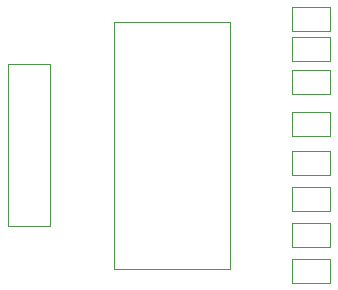
<source format=gbr>
G04 #@! TF.GenerationSoftware,KiCad,Pcbnew,(2017-01-24 revision 0b6147e)-makepkg*
G04 #@! TF.CreationDate,2017-01-27T23:50:26+05:30*
G04 #@! TF.ProjectId,7segment,377365676D656E742E6B696361645F70,0.01*
G04 #@! TF.FileFunction,Other,User*
%FSLAX46Y46*%
G04 Gerber Fmt 4.6, Leading zero omitted, Abs format (unit mm)*
G04 Created by KiCad (PCBNEW (2017-01-24 revision 0b6147e)-makepkg) date 01/27/17 23:50:26*
%MOMM*%
%LPD*%
G01*
G04 APERTURE LIST*
%ADD10C,0.100000*%
%ADD11C,0.050000*%
G04 APERTURE END LIST*
D10*
D11*
X120205000Y-101930000D02*
X130005000Y-101930000D01*
X120205000Y-81030000D02*
X120205000Y-101930000D01*
X130005000Y-81030000D02*
X120205000Y-81030000D01*
X130005000Y-101930000D02*
X130005000Y-81030000D01*
X114780000Y-98270000D02*
X114780000Y-84570000D01*
X111280000Y-98270000D02*
X111280000Y-84570000D01*
X111280000Y-84570000D02*
X114780000Y-84570000D01*
X111280000Y-98270000D02*
X114780000Y-98270000D01*
X138506000Y-79772000D02*
X138506000Y-81772000D01*
X135306000Y-79772000D02*
X135306000Y-81772000D01*
X135306000Y-81772000D02*
X138506000Y-81772000D01*
X135306000Y-79772000D02*
X138506000Y-79772000D01*
X135306000Y-82312000D02*
X138506000Y-82312000D01*
X135306000Y-84312000D02*
X138506000Y-84312000D01*
X135306000Y-82312000D02*
X135306000Y-84312000D01*
X138506000Y-82312000D02*
X138506000Y-84312000D01*
X138506000Y-85106000D02*
X138506000Y-87106000D01*
X135306000Y-85106000D02*
X135306000Y-87106000D01*
X135306000Y-87106000D02*
X138506000Y-87106000D01*
X135306000Y-85106000D02*
X138506000Y-85106000D01*
X135306000Y-88662000D02*
X138506000Y-88662000D01*
X135306000Y-90662000D02*
X138506000Y-90662000D01*
X135306000Y-88662000D02*
X135306000Y-90662000D01*
X138506000Y-88662000D02*
X138506000Y-90662000D01*
X138506000Y-91964000D02*
X138506000Y-93964000D01*
X135306000Y-91964000D02*
X135306000Y-93964000D01*
X135306000Y-93964000D02*
X138506000Y-93964000D01*
X135306000Y-91964000D02*
X138506000Y-91964000D01*
X135306000Y-95012000D02*
X138506000Y-95012000D01*
X135306000Y-97012000D02*
X138506000Y-97012000D01*
X135306000Y-95012000D02*
X135306000Y-97012000D01*
X138506000Y-95012000D02*
X138506000Y-97012000D01*
X138506000Y-98060000D02*
X138506000Y-100060000D01*
X135306000Y-98060000D02*
X135306000Y-100060000D01*
X135306000Y-100060000D02*
X138506000Y-100060000D01*
X135306000Y-98060000D02*
X138506000Y-98060000D01*
X135306000Y-101108000D02*
X138506000Y-101108000D01*
X135306000Y-103108000D02*
X138506000Y-103108000D01*
X135306000Y-101108000D02*
X135306000Y-103108000D01*
X138506000Y-101108000D02*
X138506000Y-103108000D01*
M02*

</source>
